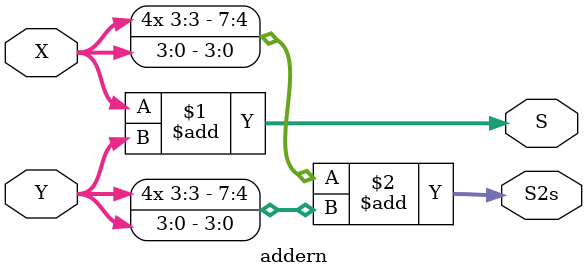
<source format=v>
module addern (X, Y, S, S2s);
  parameter n = 4;
  input [n-1:0] X, Y;
  output [2*n-1:0] S, S2s;	
	
  assign  S = X + Y,
          S2s = {{n{X[n-1]}}, X} + {{n{Y[n-1]}}, Y};

endmodule

</source>
